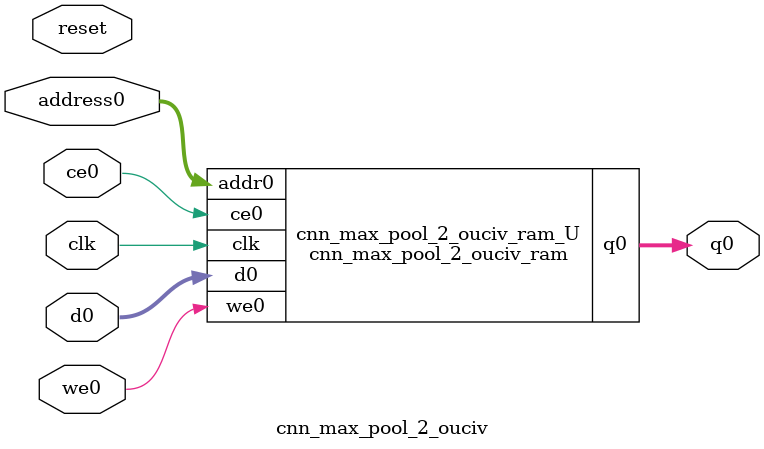
<source format=v>
`timescale 1 ns / 1 ps
module cnn_max_pool_2_ouciv_ram (addr0, ce0, d0, we0, q0,  clk);

parameter DWIDTH = 14;
parameter AWIDTH = 9;
parameter MEM_SIZE = 400;

input[AWIDTH-1:0] addr0;
input ce0;
input[DWIDTH-1:0] d0;
input we0;
output reg[DWIDTH-1:0] q0;
input clk;

(* ram_style = "block" *)reg [DWIDTH-1:0] ram[0:MEM_SIZE-1];




always @(posedge clk)  
begin 
    if (ce0) 
    begin
        if (we0) 
        begin 
            ram[addr0] <= d0; 
        end 
        q0 <= ram[addr0];
    end
end


endmodule

`timescale 1 ns / 1 ps
module cnn_max_pool_2_ouciv(
    reset,
    clk,
    address0,
    ce0,
    we0,
    d0,
    q0);

parameter DataWidth = 32'd14;
parameter AddressRange = 32'd400;
parameter AddressWidth = 32'd9;
input reset;
input clk;
input[AddressWidth - 1:0] address0;
input ce0;
input we0;
input[DataWidth - 1:0] d0;
output[DataWidth - 1:0] q0;



cnn_max_pool_2_ouciv_ram cnn_max_pool_2_ouciv_ram_U(
    .clk( clk ),
    .addr0( address0 ),
    .ce0( ce0 ),
    .we0( we0 ),
    .d0( d0 ),
    .q0( q0 ));

endmodule


</source>
